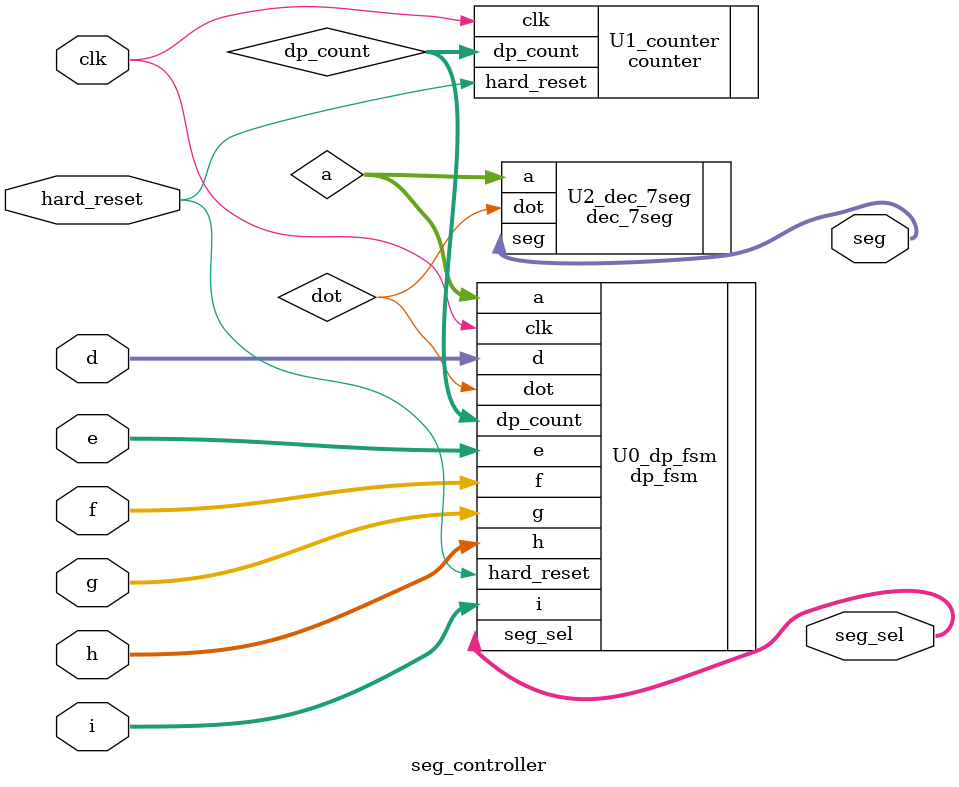
<source format=v>
module seg_controller(
                      clk, hard_reset,
                      d, e, f, g, h, i,
                      seg, // data to segment
                      seg_sel); // segment select

input clk;
input hard_reset;
input [3:0] d;
input [3:0] e;
input [3:0] f;
input [3:0] g;
input [3:0] h;
input [3:0] i;
output [7:0] seg;
output [5:0] seg_sel;
wire [9:0] dp_count;
wire [3:0] a;
wire dot;

counter U1_counter( // 10bit counter
                  .clk(clk), .hard_reset(hard_reset),
                  .dp_count(dp_count)); // 10bit count

dp_fsm U0_dp_fsm(
          .clk(clk), .hard_reset(hard_reset), .dot(dot),
          .dp_count(dp_count), .d(d), .e(e), .f(f), .g(g), .h(h), .i(i),
			 .a(a), .seg_sel(seg_sel));

dec_7seg U2_dec_7seg( // 7 segment dec
                    .a(a), .dot(dot),// 4bit input
                    .seg(seg)); // output to the segment

endmodule

</source>
